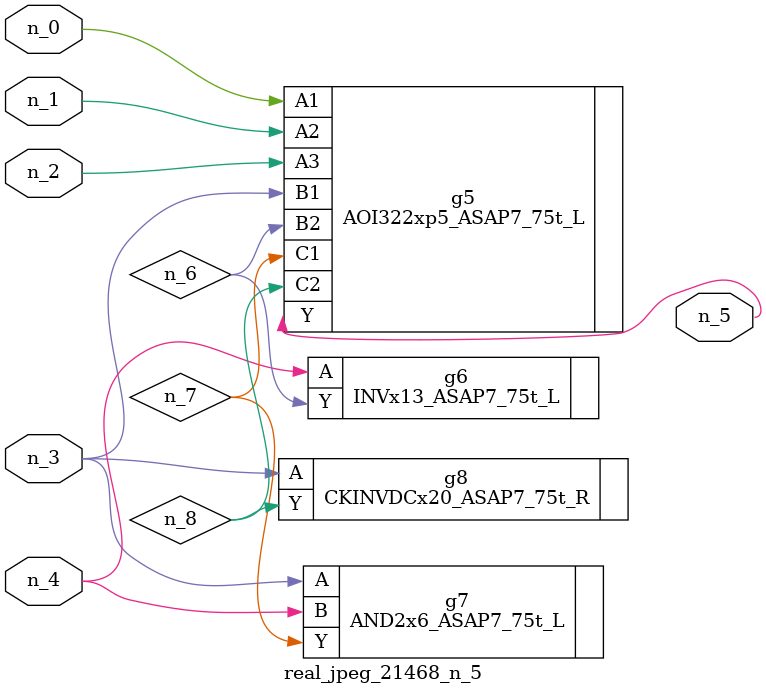
<source format=v>
module real_jpeg_21468_n_5 (n_4, n_0, n_1, n_2, n_3, n_5);

input n_4;
input n_0;
input n_1;
input n_2;
input n_3;

output n_5;

wire n_8;
wire n_6;
wire n_7;

AOI322xp5_ASAP7_75t_L g5 ( 
.A1(n_0),
.A2(n_1),
.A3(n_2),
.B1(n_3),
.B2(n_6),
.C1(n_7),
.C2(n_8),
.Y(n_5)
);

AND2x6_ASAP7_75t_L g7 ( 
.A(n_3),
.B(n_4),
.Y(n_7)
);

CKINVDCx20_ASAP7_75t_R g8 ( 
.A(n_3),
.Y(n_8)
);

INVx13_ASAP7_75t_L g6 ( 
.A(n_4),
.Y(n_6)
);


endmodule
</source>
